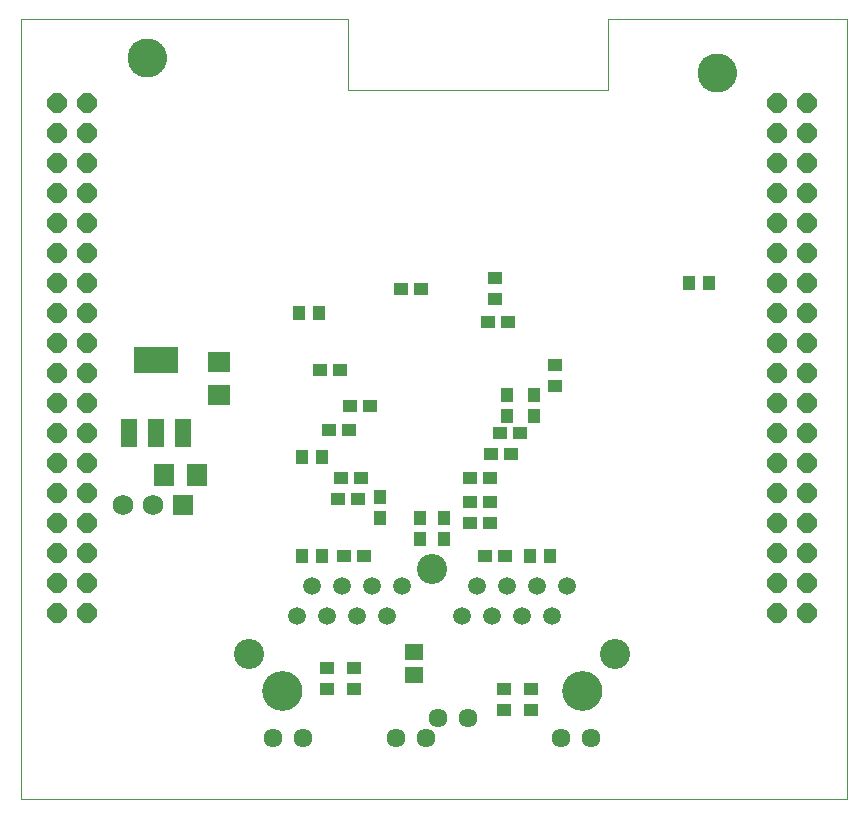
<source format=gbs>
G75*
%MOIN*%
%OFA0B0*%
%FSLAX25Y25*%
%IPPOS*%
%LPD*%
%AMOC8*
5,1,8,0,0,1.08239X$1,22.5*
%
%ADD10C,0.00000*%
%ADD11C,0.12998*%
%ADD12R,0.04731X0.04337*%
%ADD13R,0.04337X0.04731*%
%ADD14R,0.06699X0.07487*%
%ADD15R,0.07487X0.06699*%
%ADD16R,0.06900X0.06900*%
%ADD17C,0.06900*%
%ADD18OC8,0.06400*%
%ADD19C,0.13195*%
%ADD20C,0.05943*%
%ADD21C,0.06337*%
%ADD22C,0.10026*%
%ADD23R,0.05200X0.09200*%
%ADD24R,0.14573X0.09061*%
%ADD25R,0.06306X0.05518*%
D10*
X0010074Y0008163D02*
X0010074Y0268006D01*
X0119129Y0268006D01*
X0119129Y0244384D01*
X0205743Y0244384D01*
X0205743Y0268006D01*
X0285665Y0268006D01*
X0285665Y0008163D01*
X0010074Y0008163D01*
X0090802Y0044163D02*
X0090804Y0044323D01*
X0090810Y0044482D01*
X0090820Y0044641D01*
X0090834Y0044800D01*
X0090852Y0044959D01*
X0090873Y0045117D01*
X0090899Y0045274D01*
X0090929Y0045431D01*
X0090962Y0045587D01*
X0091000Y0045742D01*
X0091041Y0045896D01*
X0091086Y0046049D01*
X0091135Y0046201D01*
X0091188Y0046351D01*
X0091244Y0046500D01*
X0091304Y0046648D01*
X0091368Y0046794D01*
X0091436Y0046939D01*
X0091507Y0047082D01*
X0091581Y0047223D01*
X0091659Y0047362D01*
X0091741Y0047499D01*
X0091826Y0047634D01*
X0091914Y0047767D01*
X0092005Y0047898D01*
X0092100Y0048026D01*
X0092198Y0048152D01*
X0092299Y0048276D01*
X0092403Y0048396D01*
X0092510Y0048515D01*
X0092620Y0048630D01*
X0092733Y0048743D01*
X0092848Y0048853D01*
X0092967Y0048960D01*
X0093087Y0049064D01*
X0093211Y0049165D01*
X0093337Y0049263D01*
X0093465Y0049358D01*
X0093596Y0049449D01*
X0093729Y0049537D01*
X0093864Y0049622D01*
X0094001Y0049704D01*
X0094140Y0049782D01*
X0094281Y0049856D01*
X0094424Y0049927D01*
X0094569Y0049995D01*
X0094715Y0050059D01*
X0094863Y0050119D01*
X0095012Y0050175D01*
X0095162Y0050228D01*
X0095314Y0050277D01*
X0095467Y0050322D01*
X0095621Y0050363D01*
X0095776Y0050401D01*
X0095932Y0050434D01*
X0096089Y0050464D01*
X0096246Y0050490D01*
X0096404Y0050511D01*
X0096563Y0050529D01*
X0096722Y0050543D01*
X0096881Y0050553D01*
X0097040Y0050559D01*
X0097200Y0050561D01*
X0097360Y0050559D01*
X0097519Y0050553D01*
X0097678Y0050543D01*
X0097837Y0050529D01*
X0097996Y0050511D01*
X0098154Y0050490D01*
X0098311Y0050464D01*
X0098468Y0050434D01*
X0098624Y0050401D01*
X0098779Y0050363D01*
X0098933Y0050322D01*
X0099086Y0050277D01*
X0099238Y0050228D01*
X0099388Y0050175D01*
X0099537Y0050119D01*
X0099685Y0050059D01*
X0099831Y0049995D01*
X0099976Y0049927D01*
X0100119Y0049856D01*
X0100260Y0049782D01*
X0100399Y0049704D01*
X0100536Y0049622D01*
X0100671Y0049537D01*
X0100804Y0049449D01*
X0100935Y0049358D01*
X0101063Y0049263D01*
X0101189Y0049165D01*
X0101313Y0049064D01*
X0101433Y0048960D01*
X0101552Y0048853D01*
X0101667Y0048743D01*
X0101780Y0048630D01*
X0101890Y0048515D01*
X0101997Y0048396D01*
X0102101Y0048276D01*
X0102202Y0048152D01*
X0102300Y0048026D01*
X0102395Y0047898D01*
X0102486Y0047767D01*
X0102574Y0047634D01*
X0102659Y0047499D01*
X0102741Y0047362D01*
X0102819Y0047223D01*
X0102893Y0047082D01*
X0102964Y0046939D01*
X0103032Y0046794D01*
X0103096Y0046648D01*
X0103156Y0046500D01*
X0103212Y0046351D01*
X0103265Y0046201D01*
X0103314Y0046049D01*
X0103359Y0045896D01*
X0103400Y0045742D01*
X0103438Y0045587D01*
X0103471Y0045431D01*
X0103501Y0045274D01*
X0103527Y0045117D01*
X0103548Y0044959D01*
X0103566Y0044800D01*
X0103580Y0044641D01*
X0103590Y0044482D01*
X0103596Y0044323D01*
X0103598Y0044163D01*
X0103596Y0044003D01*
X0103590Y0043844D01*
X0103580Y0043685D01*
X0103566Y0043526D01*
X0103548Y0043367D01*
X0103527Y0043209D01*
X0103501Y0043052D01*
X0103471Y0042895D01*
X0103438Y0042739D01*
X0103400Y0042584D01*
X0103359Y0042430D01*
X0103314Y0042277D01*
X0103265Y0042125D01*
X0103212Y0041975D01*
X0103156Y0041826D01*
X0103096Y0041678D01*
X0103032Y0041532D01*
X0102964Y0041387D01*
X0102893Y0041244D01*
X0102819Y0041103D01*
X0102741Y0040964D01*
X0102659Y0040827D01*
X0102574Y0040692D01*
X0102486Y0040559D01*
X0102395Y0040428D01*
X0102300Y0040300D01*
X0102202Y0040174D01*
X0102101Y0040050D01*
X0101997Y0039930D01*
X0101890Y0039811D01*
X0101780Y0039696D01*
X0101667Y0039583D01*
X0101552Y0039473D01*
X0101433Y0039366D01*
X0101313Y0039262D01*
X0101189Y0039161D01*
X0101063Y0039063D01*
X0100935Y0038968D01*
X0100804Y0038877D01*
X0100671Y0038789D01*
X0100536Y0038704D01*
X0100399Y0038622D01*
X0100260Y0038544D01*
X0100119Y0038470D01*
X0099976Y0038399D01*
X0099831Y0038331D01*
X0099685Y0038267D01*
X0099537Y0038207D01*
X0099388Y0038151D01*
X0099238Y0038098D01*
X0099086Y0038049D01*
X0098933Y0038004D01*
X0098779Y0037963D01*
X0098624Y0037925D01*
X0098468Y0037892D01*
X0098311Y0037862D01*
X0098154Y0037836D01*
X0097996Y0037815D01*
X0097837Y0037797D01*
X0097678Y0037783D01*
X0097519Y0037773D01*
X0097360Y0037767D01*
X0097200Y0037765D01*
X0097040Y0037767D01*
X0096881Y0037773D01*
X0096722Y0037783D01*
X0096563Y0037797D01*
X0096404Y0037815D01*
X0096246Y0037836D01*
X0096089Y0037862D01*
X0095932Y0037892D01*
X0095776Y0037925D01*
X0095621Y0037963D01*
X0095467Y0038004D01*
X0095314Y0038049D01*
X0095162Y0038098D01*
X0095012Y0038151D01*
X0094863Y0038207D01*
X0094715Y0038267D01*
X0094569Y0038331D01*
X0094424Y0038399D01*
X0094281Y0038470D01*
X0094140Y0038544D01*
X0094001Y0038622D01*
X0093864Y0038704D01*
X0093729Y0038789D01*
X0093596Y0038877D01*
X0093465Y0038968D01*
X0093337Y0039063D01*
X0093211Y0039161D01*
X0093087Y0039262D01*
X0092967Y0039366D01*
X0092848Y0039473D01*
X0092733Y0039583D01*
X0092620Y0039696D01*
X0092510Y0039811D01*
X0092403Y0039930D01*
X0092299Y0040050D01*
X0092198Y0040174D01*
X0092100Y0040300D01*
X0092005Y0040428D01*
X0091914Y0040559D01*
X0091826Y0040692D01*
X0091741Y0040827D01*
X0091659Y0040964D01*
X0091581Y0041103D01*
X0091507Y0041244D01*
X0091436Y0041387D01*
X0091368Y0041532D01*
X0091304Y0041678D01*
X0091244Y0041826D01*
X0091188Y0041975D01*
X0091135Y0042125D01*
X0091086Y0042277D01*
X0091041Y0042430D01*
X0091000Y0042584D01*
X0090962Y0042739D01*
X0090929Y0042895D01*
X0090899Y0043052D01*
X0090873Y0043209D01*
X0090852Y0043367D01*
X0090834Y0043526D01*
X0090820Y0043685D01*
X0090810Y0043844D01*
X0090804Y0044003D01*
X0090802Y0044163D01*
X0190802Y0044163D02*
X0190804Y0044323D01*
X0190810Y0044482D01*
X0190820Y0044641D01*
X0190834Y0044800D01*
X0190852Y0044959D01*
X0190873Y0045117D01*
X0190899Y0045274D01*
X0190929Y0045431D01*
X0190962Y0045587D01*
X0191000Y0045742D01*
X0191041Y0045896D01*
X0191086Y0046049D01*
X0191135Y0046201D01*
X0191188Y0046351D01*
X0191244Y0046500D01*
X0191304Y0046648D01*
X0191368Y0046794D01*
X0191436Y0046939D01*
X0191507Y0047082D01*
X0191581Y0047223D01*
X0191659Y0047362D01*
X0191741Y0047499D01*
X0191826Y0047634D01*
X0191914Y0047767D01*
X0192005Y0047898D01*
X0192100Y0048026D01*
X0192198Y0048152D01*
X0192299Y0048276D01*
X0192403Y0048396D01*
X0192510Y0048515D01*
X0192620Y0048630D01*
X0192733Y0048743D01*
X0192848Y0048853D01*
X0192967Y0048960D01*
X0193087Y0049064D01*
X0193211Y0049165D01*
X0193337Y0049263D01*
X0193465Y0049358D01*
X0193596Y0049449D01*
X0193729Y0049537D01*
X0193864Y0049622D01*
X0194001Y0049704D01*
X0194140Y0049782D01*
X0194281Y0049856D01*
X0194424Y0049927D01*
X0194569Y0049995D01*
X0194715Y0050059D01*
X0194863Y0050119D01*
X0195012Y0050175D01*
X0195162Y0050228D01*
X0195314Y0050277D01*
X0195467Y0050322D01*
X0195621Y0050363D01*
X0195776Y0050401D01*
X0195932Y0050434D01*
X0196089Y0050464D01*
X0196246Y0050490D01*
X0196404Y0050511D01*
X0196563Y0050529D01*
X0196722Y0050543D01*
X0196881Y0050553D01*
X0197040Y0050559D01*
X0197200Y0050561D01*
X0197360Y0050559D01*
X0197519Y0050553D01*
X0197678Y0050543D01*
X0197837Y0050529D01*
X0197996Y0050511D01*
X0198154Y0050490D01*
X0198311Y0050464D01*
X0198468Y0050434D01*
X0198624Y0050401D01*
X0198779Y0050363D01*
X0198933Y0050322D01*
X0199086Y0050277D01*
X0199238Y0050228D01*
X0199388Y0050175D01*
X0199537Y0050119D01*
X0199685Y0050059D01*
X0199831Y0049995D01*
X0199976Y0049927D01*
X0200119Y0049856D01*
X0200260Y0049782D01*
X0200399Y0049704D01*
X0200536Y0049622D01*
X0200671Y0049537D01*
X0200804Y0049449D01*
X0200935Y0049358D01*
X0201063Y0049263D01*
X0201189Y0049165D01*
X0201313Y0049064D01*
X0201433Y0048960D01*
X0201552Y0048853D01*
X0201667Y0048743D01*
X0201780Y0048630D01*
X0201890Y0048515D01*
X0201997Y0048396D01*
X0202101Y0048276D01*
X0202202Y0048152D01*
X0202300Y0048026D01*
X0202395Y0047898D01*
X0202486Y0047767D01*
X0202574Y0047634D01*
X0202659Y0047499D01*
X0202741Y0047362D01*
X0202819Y0047223D01*
X0202893Y0047082D01*
X0202964Y0046939D01*
X0203032Y0046794D01*
X0203096Y0046648D01*
X0203156Y0046500D01*
X0203212Y0046351D01*
X0203265Y0046201D01*
X0203314Y0046049D01*
X0203359Y0045896D01*
X0203400Y0045742D01*
X0203438Y0045587D01*
X0203471Y0045431D01*
X0203501Y0045274D01*
X0203527Y0045117D01*
X0203548Y0044959D01*
X0203566Y0044800D01*
X0203580Y0044641D01*
X0203590Y0044482D01*
X0203596Y0044323D01*
X0203598Y0044163D01*
X0203596Y0044003D01*
X0203590Y0043844D01*
X0203580Y0043685D01*
X0203566Y0043526D01*
X0203548Y0043367D01*
X0203527Y0043209D01*
X0203501Y0043052D01*
X0203471Y0042895D01*
X0203438Y0042739D01*
X0203400Y0042584D01*
X0203359Y0042430D01*
X0203314Y0042277D01*
X0203265Y0042125D01*
X0203212Y0041975D01*
X0203156Y0041826D01*
X0203096Y0041678D01*
X0203032Y0041532D01*
X0202964Y0041387D01*
X0202893Y0041244D01*
X0202819Y0041103D01*
X0202741Y0040964D01*
X0202659Y0040827D01*
X0202574Y0040692D01*
X0202486Y0040559D01*
X0202395Y0040428D01*
X0202300Y0040300D01*
X0202202Y0040174D01*
X0202101Y0040050D01*
X0201997Y0039930D01*
X0201890Y0039811D01*
X0201780Y0039696D01*
X0201667Y0039583D01*
X0201552Y0039473D01*
X0201433Y0039366D01*
X0201313Y0039262D01*
X0201189Y0039161D01*
X0201063Y0039063D01*
X0200935Y0038968D01*
X0200804Y0038877D01*
X0200671Y0038789D01*
X0200536Y0038704D01*
X0200399Y0038622D01*
X0200260Y0038544D01*
X0200119Y0038470D01*
X0199976Y0038399D01*
X0199831Y0038331D01*
X0199685Y0038267D01*
X0199537Y0038207D01*
X0199388Y0038151D01*
X0199238Y0038098D01*
X0199086Y0038049D01*
X0198933Y0038004D01*
X0198779Y0037963D01*
X0198624Y0037925D01*
X0198468Y0037892D01*
X0198311Y0037862D01*
X0198154Y0037836D01*
X0197996Y0037815D01*
X0197837Y0037797D01*
X0197678Y0037783D01*
X0197519Y0037773D01*
X0197360Y0037767D01*
X0197200Y0037765D01*
X0197040Y0037767D01*
X0196881Y0037773D01*
X0196722Y0037783D01*
X0196563Y0037797D01*
X0196404Y0037815D01*
X0196246Y0037836D01*
X0196089Y0037862D01*
X0195932Y0037892D01*
X0195776Y0037925D01*
X0195621Y0037963D01*
X0195467Y0038004D01*
X0195314Y0038049D01*
X0195162Y0038098D01*
X0195012Y0038151D01*
X0194863Y0038207D01*
X0194715Y0038267D01*
X0194569Y0038331D01*
X0194424Y0038399D01*
X0194281Y0038470D01*
X0194140Y0038544D01*
X0194001Y0038622D01*
X0193864Y0038704D01*
X0193729Y0038789D01*
X0193596Y0038877D01*
X0193465Y0038968D01*
X0193337Y0039063D01*
X0193211Y0039161D01*
X0193087Y0039262D01*
X0192967Y0039366D01*
X0192848Y0039473D01*
X0192733Y0039583D01*
X0192620Y0039696D01*
X0192510Y0039811D01*
X0192403Y0039930D01*
X0192299Y0040050D01*
X0192198Y0040174D01*
X0192100Y0040300D01*
X0192005Y0040428D01*
X0191914Y0040559D01*
X0191826Y0040692D01*
X0191741Y0040827D01*
X0191659Y0040964D01*
X0191581Y0041103D01*
X0191507Y0041244D01*
X0191436Y0041387D01*
X0191368Y0041532D01*
X0191304Y0041678D01*
X0191244Y0041826D01*
X0191188Y0041975D01*
X0191135Y0042125D01*
X0191086Y0042277D01*
X0191041Y0042430D01*
X0191000Y0042584D01*
X0190962Y0042739D01*
X0190929Y0042895D01*
X0190899Y0043052D01*
X0190873Y0043209D01*
X0190852Y0043367D01*
X0190834Y0043526D01*
X0190820Y0043685D01*
X0190810Y0043844D01*
X0190804Y0044003D01*
X0190802Y0044163D01*
X0235901Y0250163D02*
X0235903Y0250321D01*
X0235909Y0250479D01*
X0235919Y0250637D01*
X0235933Y0250795D01*
X0235951Y0250952D01*
X0235972Y0251109D01*
X0235998Y0251265D01*
X0236028Y0251421D01*
X0236061Y0251576D01*
X0236099Y0251729D01*
X0236140Y0251882D01*
X0236185Y0252034D01*
X0236234Y0252185D01*
X0236287Y0252334D01*
X0236343Y0252482D01*
X0236403Y0252628D01*
X0236467Y0252773D01*
X0236535Y0252916D01*
X0236606Y0253058D01*
X0236680Y0253198D01*
X0236758Y0253335D01*
X0236840Y0253471D01*
X0236924Y0253605D01*
X0237013Y0253736D01*
X0237104Y0253865D01*
X0237199Y0253992D01*
X0237296Y0254117D01*
X0237397Y0254239D01*
X0237501Y0254358D01*
X0237608Y0254475D01*
X0237718Y0254589D01*
X0237831Y0254700D01*
X0237946Y0254809D01*
X0238064Y0254914D01*
X0238185Y0255016D01*
X0238308Y0255116D01*
X0238434Y0255212D01*
X0238562Y0255305D01*
X0238692Y0255395D01*
X0238825Y0255481D01*
X0238960Y0255565D01*
X0239096Y0255644D01*
X0239235Y0255721D01*
X0239376Y0255793D01*
X0239518Y0255863D01*
X0239662Y0255928D01*
X0239808Y0255990D01*
X0239955Y0256048D01*
X0240104Y0256103D01*
X0240254Y0256154D01*
X0240405Y0256201D01*
X0240557Y0256244D01*
X0240710Y0256283D01*
X0240865Y0256319D01*
X0241020Y0256350D01*
X0241176Y0256378D01*
X0241332Y0256402D01*
X0241489Y0256422D01*
X0241647Y0256438D01*
X0241804Y0256450D01*
X0241963Y0256458D01*
X0242121Y0256462D01*
X0242279Y0256462D01*
X0242437Y0256458D01*
X0242596Y0256450D01*
X0242753Y0256438D01*
X0242911Y0256422D01*
X0243068Y0256402D01*
X0243224Y0256378D01*
X0243380Y0256350D01*
X0243535Y0256319D01*
X0243690Y0256283D01*
X0243843Y0256244D01*
X0243995Y0256201D01*
X0244146Y0256154D01*
X0244296Y0256103D01*
X0244445Y0256048D01*
X0244592Y0255990D01*
X0244738Y0255928D01*
X0244882Y0255863D01*
X0245024Y0255793D01*
X0245165Y0255721D01*
X0245304Y0255644D01*
X0245440Y0255565D01*
X0245575Y0255481D01*
X0245708Y0255395D01*
X0245838Y0255305D01*
X0245966Y0255212D01*
X0246092Y0255116D01*
X0246215Y0255016D01*
X0246336Y0254914D01*
X0246454Y0254809D01*
X0246569Y0254700D01*
X0246682Y0254589D01*
X0246792Y0254475D01*
X0246899Y0254358D01*
X0247003Y0254239D01*
X0247104Y0254117D01*
X0247201Y0253992D01*
X0247296Y0253865D01*
X0247387Y0253736D01*
X0247476Y0253605D01*
X0247560Y0253471D01*
X0247642Y0253335D01*
X0247720Y0253198D01*
X0247794Y0253058D01*
X0247865Y0252916D01*
X0247933Y0252773D01*
X0247997Y0252628D01*
X0248057Y0252482D01*
X0248113Y0252334D01*
X0248166Y0252185D01*
X0248215Y0252034D01*
X0248260Y0251882D01*
X0248301Y0251729D01*
X0248339Y0251576D01*
X0248372Y0251421D01*
X0248402Y0251265D01*
X0248428Y0251109D01*
X0248449Y0250952D01*
X0248467Y0250795D01*
X0248481Y0250637D01*
X0248491Y0250479D01*
X0248497Y0250321D01*
X0248499Y0250163D01*
X0248497Y0250005D01*
X0248491Y0249847D01*
X0248481Y0249689D01*
X0248467Y0249531D01*
X0248449Y0249374D01*
X0248428Y0249217D01*
X0248402Y0249061D01*
X0248372Y0248905D01*
X0248339Y0248750D01*
X0248301Y0248597D01*
X0248260Y0248444D01*
X0248215Y0248292D01*
X0248166Y0248141D01*
X0248113Y0247992D01*
X0248057Y0247844D01*
X0247997Y0247698D01*
X0247933Y0247553D01*
X0247865Y0247410D01*
X0247794Y0247268D01*
X0247720Y0247128D01*
X0247642Y0246991D01*
X0247560Y0246855D01*
X0247476Y0246721D01*
X0247387Y0246590D01*
X0247296Y0246461D01*
X0247201Y0246334D01*
X0247104Y0246209D01*
X0247003Y0246087D01*
X0246899Y0245968D01*
X0246792Y0245851D01*
X0246682Y0245737D01*
X0246569Y0245626D01*
X0246454Y0245517D01*
X0246336Y0245412D01*
X0246215Y0245310D01*
X0246092Y0245210D01*
X0245966Y0245114D01*
X0245838Y0245021D01*
X0245708Y0244931D01*
X0245575Y0244845D01*
X0245440Y0244761D01*
X0245304Y0244682D01*
X0245165Y0244605D01*
X0245024Y0244533D01*
X0244882Y0244463D01*
X0244738Y0244398D01*
X0244592Y0244336D01*
X0244445Y0244278D01*
X0244296Y0244223D01*
X0244146Y0244172D01*
X0243995Y0244125D01*
X0243843Y0244082D01*
X0243690Y0244043D01*
X0243535Y0244007D01*
X0243380Y0243976D01*
X0243224Y0243948D01*
X0243068Y0243924D01*
X0242911Y0243904D01*
X0242753Y0243888D01*
X0242596Y0243876D01*
X0242437Y0243868D01*
X0242279Y0243864D01*
X0242121Y0243864D01*
X0241963Y0243868D01*
X0241804Y0243876D01*
X0241647Y0243888D01*
X0241489Y0243904D01*
X0241332Y0243924D01*
X0241176Y0243948D01*
X0241020Y0243976D01*
X0240865Y0244007D01*
X0240710Y0244043D01*
X0240557Y0244082D01*
X0240405Y0244125D01*
X0240254Y0244172D01*
X0240104Y0244223D01*
X0239955Y0244278D01*
X0239808Y0244336D01*
X0239662Y0244398D01*
X0239518Y0244463D01*
X0239376Y0244533D01*
X0239235Y0244605D01*
X0239096Y0244682D01*
X0238960Y0244761D01*
X0238825Y0244845D01*
X0238692Y0244931D01*
X0238562Y0245021D01*
X0238434Y0245114D01*
X0238308Y0245210D01*
X0238185Y0245310D01*
X0238064Y0245412D01*
X0237946Y0245517D01*
X0237831Y0245626D01*
X0237718Y0245737D01*
X0237608Y0245851D01*
X0237501Y0245968D01*
X0237397Y0246087D01*
X0237296Y0246209D01*
X0237199Y0246334D01*
X0237104Y0246461D01*
X0237013Y0246590D01*
X0236924Y0246721D01*
X0236840Y0246855D01*
X0236758Y0246991D01*
X0236680Y0247128D01*
X0236606Y0247268D01*
X0236535Y0247410D01*
X0236467Y0247553D01*
X0236403Y0247698D01*
X0236343Y0247844D01*
X0236287Y0247992D01*
X0236234Y0248141D01*
X0236185Y0248292D01*
X0236140Y0248444D01*
X0236099Y0248597D01*
X0236061Y0248750D01*
X0236028Y0248905D01*
X0235998Y0249061D01*
X0235972Y0249217D01*
X0235951Y0249374D01*
X0235933Y0249531D01*
X0235919Y0249689D01*
X0235909Y0249847D01*
X0235903Y0250005D01*
X0235901Y0250163D01*
X0045901Y0255163D02*
X0045903Y0255321D01*
X0045909Y0255479D01*
X0045919Y0255637D01*
X0045933Y0255795D01*
X0045951Y0255952D01*
X0045972Y0256109D01*
X0045998Y0256265D01*
X0046028Y0256421D01*
X0046061Y0256576D01*
X0046099Y0256729D01*
X0046140Y0256882D01*
X0046185Y0257034D01*
X0046234Y0257185D01*
X0046287Y0257334D01*
X0046343Y0257482D01*
X0046403Y0257628D01*
X0046467Y0257773D01*
X0046535Y0257916D01*
X0046606Y0258058D01*
X0046680Y0258198D01*
X0046758Y0258335D01*
X0046840Y0258471D01*
X0046924Y0258605D01*
X0047013Y0258736D01*
X0047104Y0258865D01*
X0047199Y0258992D01*
X0047296Y0259117D01*
X0047397Y0259239D01*
X0047501Y0259358D01*
X0047608Y0259475D01*
X0047718Y0259589D01*
X0047831Y0259700D01*
X0047946Y0259809D01*
X0048064Y0259914D01*
X0048185Y0260016D01*
X0048308Y0260116D01*
X0048434Y0260212D01*
X0048562Y0260305D01*
X0048692Y0260395D01*
X0048825Y0260481D01*
X0048960Y0260565D01*
X0049096Y0260644D01*
X0049235Y0260721D01*
X0049376Y0260793D01*
X0049518Y0260863D01*
X0049662Y0260928D01*
X0049808Y0260990D01*
X0049955Y0261048D01*
X0050104Y0261103D01*
X0050254Y0261154D01*
X0050405Y0261201D01*
X0050557Y0261244D01*
X0050710Y0261283D01*
X0050865Y0261319D01*
X0051020Y0261350D01*
X0051176Y0261378D01*
X0051332Y0261402D01*
X0051489Y0261422D01*
X0051647Y0261438D01*
X0051804Y0261450D01*
X0051963Y0261458D01*
X0052121Y0261462D01*
X0052279Y0261462D01*
X0052437Y0261458D01*
X0052596Y0261450D01*
X0052753Y0261438D01*
X0052911Y0261422D01*
X0053068Y0261402D01*
X0053224Y0261378D01*
X0053380Y0261350D01*
X0053535Y0261319D01*
X0053690Y0261283D01*
X0053843Y0261244D01*
X0053995Y0261201D01*
X0054146Y0261154D01*
X0054296Y0261103D01*
X0054445Y0261048D01*
X0054592Y0260990D01*
X0054738Y0260928D01*
X0054882Y0260863D01*
X0055024Y0260793D01*
X0055165Y0260721D01*
X0055304Y0260644D01*
X0055440Y0260565D01*
X0055575Y0260481D01*
X0055708Y0260395D01*
X0055838Y0260305D01*
X0055966Y0260212D01*
X0056092Y0260116D01*
X0056215Y0260016D01*
X0056336Y0259914D01*
X0056454Y0259809D01*
X0056569Y0259700D01*
X0056682Y0259589D01*
X0056792Y0259475D01*
X0056899Y0259358D01*
X0057003Y0259239D01*
X0057104Y0259117D01*
X0057201Y0258992D01*
X0057296Y0258865D01*
X0057387Y0258736D01*
X0057476Y0258605D01*
X0057560Y0258471D01*
X0057642Y0258335D01*
X0057720Y0258198D01*
X0057794Y0258058D01*
X0057865Y0257916D01*
X0057933Y0257773D01*
X0057997Y0257628D01*
X0058057Y0257482D01*
X0058113Y0257334D01*
X0058166Y0257185D01*
X0058215Y0257034D01*
X0058260Y0256882D01*
X0058301Y0256729D01*
X0058339Y0256576D01*
X0058372Y0256421D01*
X0058402Y0256265D01*
X0058428Y0256109D01*
X0058449Y0255952D01*
X0058467Y0255795D01*
X0058481Y0255637D01*
X0058491Y0255479D01*
X0058497Y0255321D01*
X0058499Y0255163D01*
X0058497Y0255005D01*
X0058491Y0254847D01*
X0058481Y0254689D01*
X0058467Y0254531D01*
X0058449Y0254374D01*
X0058428Y0254217D01*
X0058402Y0254061D01*
X0058372Y0253905D01*
X0058339Y0253750D01*
X0058301Y0253597D01*
X0058260Y0253444D01*
X0058215Y0253292D01*
X0058166Y0253141D01*
X0058113Y0252992D01*
X0058057Y0252844D01*
X0057997Y0252698D01*
X0057933Y0252553D01*
X0057865Y0252410D01*
X0057794Y0252268D01*
X0057720Y0252128D01*
X0057642Y0251991D01*
X0057560Y0251855D01*
X0057476Y0251721D01*
X0057387Y0251590D01*
X0057296Y0251461D01*
X0057201Y0251334D01*
X0057104Y0251209D01*
X0057003Y0251087D01*
X0056899Y0250968D01*
X0056792Y0250851D01*
X0056682Y0250737D01*
X0056569Y0250626D01*
X0056454Y0250517D01*
X0056336Y0250412D01*
X0056215Y0250310D01*
X0056092Y0250210D01*
X0055966Y0250114D01*
X0055838Y0250021D01*
X0055708Y0249931D01*
X0055575Y0249845D01*
X0055440Y0249761D01*
X0055304Y0249682D01*
X0055165Y0249605D01*
X0055024Y0249533D01*
X0054882Y0249463D01*
X0054738Y0249398D01*
X0054592Y0249336D01*
X0054445Y0249278D01*
X0054296Y0249223D01*
X0054146Y0249172D01*
X0053995Y0249125D01*
X0053843Y0249082D01*
X0053690Y0249043D01*
X0053535Y0249007D01*
X0053380Y0248976D01*
X0053224Y0248948D01*
X0053068Y0248924D01*
X0052911Y0248904D01*
X0052753Y0248888D01*
X0052596Y0248876D01*
X0052437Y0248868D01*
X0052279Y0248864D01*
X0052121Y0248864D01*
X0051963Y0248868D01*
X0051804Y0248876D01*
X0051647Y0248888D01*
X0051489Y0248904D01*
X0051332Y0248924D01*
X0051176Y0248948D01*
X0051020Y0248976D01*
X0050865Y0249007D01*
X0050710Y0249043D01*
X0050557Y0249082D01*
X0050405Y0249125D01*
X0050254Y0249172D01*
X0050104Y0249223D01*
X0049955Y0249278D01*
X0049808Y0249336D01*
X0049662Y0249398D01*
X0049518Y0249463D01*
X0049376Y0249533D01*
X0049235Y0249605D01*
X0049096Y0249682D01*
X0048960Y0249761D01*
X0048825Y0249845D01*
X0048692Y0249931D01*
X0048562Y0250021D01*
X0048434Y0250114D01*
X0048308Y0250210D01*
X0048185Y0250310D01*
X0048064Y0250412D01*
X0047946Y0250517D01*
X0047831Y0250626D01*
X0047718Y0250737D01*
X0047608Y0250851D01*
X0047501Y0250968D01*
X0047397Y0251087D01*
X0047296Y0251209D01*
X0047199Y0251334D01*
X0047104Y0251461D01*
X0047013Y0251590D01*
X0046924Y0251721D01*
X0046840Y0251855D01*
X0046758Y0251991D01*
X0046680Y0252128D01*
X0046606Y0252268D01*
X0046535Y0252410D01*
X0046467Y0252553D01*
X0046403Y0252698D01*
X0046343Y0252844D01*
X0046287Y0252992D01*
X0046234Y0253141D01*
X0046185Y0253292D01*
X0046140Y0253444D01*
X0046099Y0253597D01*
X0046061Y0253750D01*
X0046028Y0253905D01*
X0045998Y0254061D01*
X0045972Y0254217D01*
X0045951Y0254374D01*
X0045933Y0254531D01*
X0045919Y0254689D01*
X0045909Y0254847D01*
X0045903Y0255005D01*
X0045901Y0255163D01*
D11*
X0052200Y0255163D03*
X0242200Y0250163D03*
D12*
X0168200Y0181510D03*
X0168200Y0174817D03*
X0165854Y0167163D03*
X0172546Y0167163D03*
X0188200Y0152510D03*
X0188200Y0145817D03*
X0176546Y0130163D03*
X0169854Y0130163D03*
X0166854Y0123163D03*
X0173546Y0123163D03*
X0166546Y0115163D03*
X0159854Y0115163D03*
X0159854Y0107163D03*
X0166546Y0107163D03*
X0166546Y0100163D03*
X0159854Y0100163D03*
X0164854Y0089163D03*
X0171546Y0089163D03*
X0171200Y0044510D03*
X0171200Y0037817D03*
X0180200Y0037817D03*
X0180200Y0044510D03*
X0124546Y0089163D03*
X0117854Y0089163D03*
X0115854Y0108163D03*
X0122546Y0108163D03*
X0123546Y0115163D03*
X0116854Y0115163D03*
X0119546Y0131163D03*
X0112854Y0131163D03*
X0119854Y0139163D03*
X0126546Y0139163D03*
X0116546Y0151163D03*
X0109854Y0151163D03*
X0136854Y0178163D03*
X0143546Y0178163D03*
X0121200Y0051510D03*
X0121200Y0044817D03*
X0112200Y0044817D03*
X0112200Y0051510D03*
D13*
X0110546Y0089163D03*
X0103854Y0089163D03*
X0129700Y0101817D03*
X0129700Y0108510D03*
X0143200Y0101510D03*
X0143200Y0094817D03*
X0151200Y0094817D03*
X0151200Y0101510D03*
X0179854Y0089163D03*
X0186546Y0089163D03*
X0181200Y0135817D03*
X0181200Y0142510D03*
X0172200Y0142510D03*
X0172200Y0135817D03*
X0110546Y0122163D03*
X0103854Y0122163D03*
X0102854Y0170163D03*
X0109546Y0170163D03*
X0232854Y0180163D03*
X0239546Y0180163D03*
D14*
X0068712Y0116163D03*
X0057688Y0116163D03*
D15*
X0076200Y0142652D03*
X0076200Y0153675D03*
D16*
X0064200Y0106163D03*
D17*
X0054200Y0106163D03*
X0044200Y0106163D03*
D18*
X0032200Y0110163D03*
X0032200Y0100163D03*
X0022200Y0100163D03*
X0022200Y0110163D03*
X0022200Y0120163D03*
X0032200Y0120163D03*
X0032200Y0130163D03*
X0022200Y0130163D03*
X0022200Y0140163D03*
X0032200Y0140163D03*
X0032200Y0150163D03*
X0022200Y0150163D03*
X0022200Y0160163D03*
X0032200Y0160163D03*
X0032200Y0170163D03*
X0022200Y0170163D03*
X0022200Y0180163D03*
X0032200Y0180163D03*
X0032200Y0190163D03*
X0022200Y0190163D03*
X0022200Y0200163D03*
X0032200Y0200163D03*
X0032200Y0210163D03*
X0022200Y0210163D03*
X0022200Y0220163D03*
X0032200Y0220163D03*
X0032200Y0230163D03*
X0022200Y0230163D03*
X0022200Y0240163D03*
X0032200Y0240163D03*
X0032200Y0090163D03*
X0022200Y0090163D03*
X0022200Y0080163D03*
X0032200Y0080163D03*
X0032200Y0070163D03*
X0022200Y0070163D03*
X0262200Y0070163D03*
X0272200Y0070163D03*
X0272200Y0080163D03*
X0262200Y0080163D03*
X0262200Y0090163D03*
X0272200Y0090163D03*
X0272200Y0100163D03*
X0262200Y0100163D03*
X0262200Y0110163D03*
X0272200Y0110163D03*
X0272200Y0120163D03*
X0262200Y0120163D03*
X0262200Y0130163D03*
X0272200Y0130163D03*
X0272200Y0140163D03*
X0262200Y0140163D03*
X0262200Y0150163D03*
X0272200Y0150163D03*
X0272200Y0160163D03*
X0262200Y0160163D03*
X0262200Y0170163D03*
X0272200Y0170163D03*
X0272200Y0180163D03*
X0262200Y0180163D03*
X0262200Y0190163D03*
X0272200Y0190163D03*
X0272200Y0200163D03*
X0262200Y0200163D03*
X0262200Y0210163D03*
X0272200Y0210163D03*
X0272200Y0220163D03*
X0262200Y0220163D03*
X0262200Y0230163D03*
X0272200Y0230163D03*
X0272200Y0240163D03*
X0262200Y0240163D03*
D19*
X0197200Y0044163D03*
X0097200Y0044163D03*
D20*
X0102200Y0069163D03*
X0112200Y0069163D03*
X0122200Y0069163D03*
X0132200Y0069163D03*
X0127200Y0079163D03*
X0137200Y0079163D03*
X0117200Y0079163D03*
X0107200Y0079163D03*
X0157200Y0069163D03*
X0167200Y0069163D03*
X0177200Y0069163D03*
X0187200Y0069163D03*
X0182200Y0079163D03*
X0192200Y0079163D03*
X0172200Y0079163D03*
X0162200Y0079163D03*
D21*
X0159208Y0035148D03*
X0149208Y0035148D03*
X0145192Y0028179D03*
X0135192Y0028179D03*
X0104169Y0028179D03*
X0094169Y0028179D03*
X0190231Y0028179D03*
X0200231Y0028179D03*
D22*
X0208086Y0056171D03*
X0147200Y0084675D03*
X0086314Y0056171D03*
D23*
X0064300Y0129963D03*
X0055200Y0129963D03*
X0046100Y0129963D03*
D24*
X0055200Y0154364D03*
D25*
X0141200Y0056904D03*
X0141200Y0049423D03*
M02*

</source>
